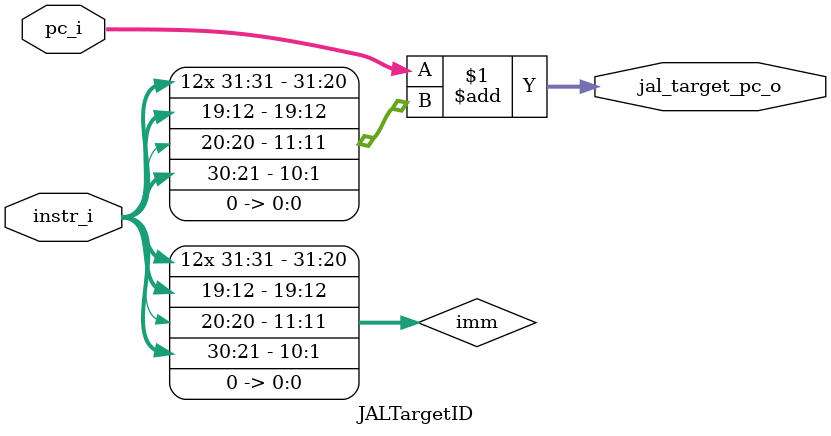
<source format=v>
module JALTargetID (input  [31:0] instr_i,
                    input  [31:0] pc_i,
                    output [31:0] jal_target_pc_o);

  wire [31:0] imm;
  assign imm = {{11{instr_i[31]}}, instr_i[31], instr_i[19:12], instr_i[20], instr_i[30:21], 1'b0};
  assign jal_target_pc_o = pc_i + imm;

endmodule: JALTargetID

</source>
